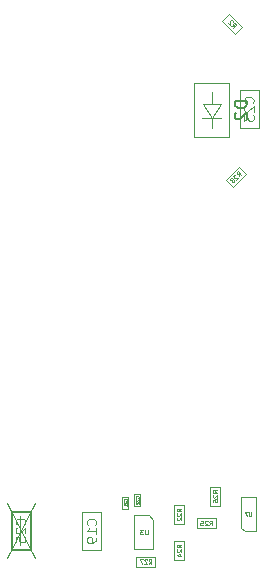
<source format=gbr>
G04 #@! TF.GenerationSoftware,KiCad,Pcbnew,9.0.1+1*
G04 #@! TF.CreationDate,2025-09-08T10:29:46+00:00*
G04 #@! TF.ProjectId,c64psu,63363470-7375-42e6-9b69-6361645f7063,rev?*
G04 #@! TF.SameCoordinates,Original*
G04 #@! TF.FileFunction,AssemblyDrawing,Bot*
%FSLAX46Y46*%
G04 Gerber Fmt 4.6, Leading zero omitted, Abs format (unit mm)*
G04 Created by KiCad (PCBNEW 9.0.1+1) date 2025-09-08 10:29:46*
%MOMM*%
%LPD*%
G01*
G04 APERTURE LIST*
%ADD10C,0.150000*%
%ADD11C,0.060000*%
%ADD12C,0.120000*%
%ADD13C,0.040000*%
%ADD14C,0.050000*%
%ADD15C,0.100000*%
G04 APERTURE END LIST*
D10*
X199601619Y-48048706D02*
X198601619Y-48048706D01*
X198601619Y-48048706D02*
X198601619Y-48286801D01*
X198601619Y-48286801D02*
X198649238Y-48429658D01*
X198649238Y-48429658D02*
X198744476Y-48524896D01*
X198744476Y-48524896D02*
X198839714Y-48572515D01*
X198839714Y-48572515D02*
X199030190Y-48620134D01*
X199030190Y-48620134D02*
X199173047Y-48620134D01*
X199173047Y-48620134D02*
X199363523Y-48572515D01*
X199363523Y-48572515D02*
X199458761Y-48524896D01*
X199458761Y-48524896D02*
X199554000Y-48429658D01*
X199554000Y-48429658D02*
X199601619Y-48286801D01*
X199601619Y-48286801D02*
X199601619Y-48048706D01*
X198696857Y-49001087D02*
X198649238Y-49048706D01*
X198649238Y-49048706D02*
X198601619Y-49143944D01*
X198601619Y-49143944D02*
X198601619Y-49382039D01*
X198601619Y-49382039D02*
X198649238Y-49477277D01*
X198649238Y-49477277D02*
X198696857Y-49524896D01*
X198696857Y-49524896D02*
X198792095Y-49572515D01*
X198792095Y-49572515D02*
X198887333Y-49572515D01*
X198887333Y-49572515D02*
X199030190Y-49524896D01*
X199030190Y-49524896D02*
X199601619Y-48953468D01*
X199601619Y-48953468D02*
X199601619Y-49572515D01*
D11*
X194085527Y-85798057D02*
X193895051Y-85664724D01*
X194085527Y-85569486D02*
X193685527Y-85569486D01*
X193685527Y-85569486D02*
X193685527Y-85721867D01*
X193685527Y-85721867D02*
X193704575Y-85759962D01*
X193704575Y-85759962D02*
X193723622Y-85779009D01*
X193723622Y-85779009D02*
X193761718Y-85798057D01*
X193761718Y-85798057D02*
X193818860Y-85798057D01*
X193818860Y-85798057D02*
X193856956Y-85779009D01*
X193856956Y-85779009D02*
X193876003Y-85759962D01*
X193876003Y-85759962D02*
X193895051Y-85721867D01*
X193895051Y-85721867D02*
X193895051Y-85569486D01*
X193723622Y-85950438D02*
X193704575Y-85969486D01*
X193704575Y-85969486D02*
X193685527Y-86007581D01*
X193685527Y-86007581D02*
X193685527Y-86102819D01*
X193685527Y-86102819D02*
X193704575Y-86140914D01*
X193704575Y-86140914D02*
X193723622Y-86159962D01*
X193723622Y-86159962D02*
X193761718Y-86179009D01*
X193761718Y-86179009D02*
X193799813Y-86179009D01*
X193799813Y-86179009D02*
X193856956Y-86159962D01*
X193856956Y-86159962D02*
X194085527Y-85931390D01*
X194085527Y-85931390D02*
X194085527Y-86179009D01*
X193818860Y-86521866D02*
X194085527Y-86521866D01*
X193666480Y-86426628D02*
X193952194Y-86331390D01*
X193952194Y-86331390D02*
X193952194Y-86579009D01*
X191211161Y-84313127D02*
X191211161Y-84636937D01*
X191211161Y-84636937D02*
X191192114Y-84675032D01*
X191192114Y-84675032D02*
X191173066Y-84694080D01*
X191173066Y-84694080D02*
X191134971Y-84713127D01*
X191134971Y-84713127D02*
X191058780Y-84713127D01*
X191058780Y-84713127D02*
X191020685Y-84694080D01*
X191020685Y-84694080D02*
X191001638Y-84675032D01*
X191001638Y-84675032D02*
X190982590Y-84636937D01*
X190982590Y-84636937D02*
X190982590Y-84313127D01*
X190830209Y-84313127D02*
X190582590Y-84313127D01*
X190582590Y-84313127D02*
X190715923Y-84465508D01*
X190715923Y-84465508D02*
X190658780Y-84465508D01*
X190658780Y-84465508D02*
X190620685Y-84484556D01*
X190620685Y-84484556D02*
X190601637Y-84503603D01*
X190601637Y-84503603D02*
X190582590Y-84541699D01*
X190582590Y-84541699D02*
X190582590Y-84636937D01*
X190582590Y-84636937D02*
X190601637Y-84675032D01*
X190601637Y-84675032D02*
X190620685Y-84694080D01*
X190620685Y-84694080D02*
X190658780Y-84713127D01*
X190658780Y-84713127D02*
X190773066Y-84713127D01*
X190773066Y-84713127D02*
X190811161Y-84694080D01*
X190811161Y-84694080D02*
X190830209Y-84675032D01*
D12*
X180767664Y-83865714D02*
X180805760Y-83827618D01*
X180805760Y-83827618D02*
X180843855Y-83713333D01*
X180843855Y-83713333D02*
X180843855Y-83637142D01*
X180843855Y-83637142D02*
X180805760Y-83522856D01*
X180805760Y-83522856D02*
X180729569Y-83446666D01*
X180729569Y-83446666D02*
X180653379Y-83408571D01*
X180653379Y-83408571D02*
X180500998Y-83370475D01*
X180500998Y-83370475D02*
X180386712Y-83370475D01*
X180386712Y-83370475D02*
X180234331Y-83408571D01*
X180234331Y-83408571D02*
X180158140Y-83446666D01*
X180158140Y-83446666D02*
X180081950Y-83522856D01*
X180081950Y-83522856D02*
X180043855Y-83637142D01*
X180043855Y-83637142D02*
X180043855Y-83713333D01*
X180043855Y-83713333D02*
X180081950Y-83827618D01*
X180081950Y-83827618D02*
X180120045Y-83865714D01*
X180120045Y-84170475D02*
X180081950Y-84208571D01*
X180081950Y-84208571D02*
X180043855Y-84284761D01*
X180043855Y-84284761D02*
X180043855Y-84475237D01*
X180043855Y-84475237D02*
X180081950Y-84551428D01*
X180081950Y-84551428D02*
X180120045Y-84589523D01*
X180120045Y-84589523D02*
X180196236Y-84627618D01*
X180196236Y-84627618D02*
X180272426Y-84627618D01*
X180272426Y-84627618D02*
X180386712Y-84589523D01*
X180386712Y-84589523D02*
X180843855Y-84132380D01*
X180843855Y-84132380D02*
X180843855Y-84627618D01*
X180043855Y-85351428D02*
X180043855Y-84970476D01*
X180043855Y-84970476D02*
X180424807Y-84932380D01*
X180424807Y-84932380D02*
X180386712Y-84970476D01*
X180386712Y-84970476D02*
X180348617Y-85046666D01*
X180348617Y-85046666D02*
X180348617Y-85237142D01*
X180348617Y-85237142D02*
X180386712Y-85313333D01*
X180386712Y-85313333D02*
X180424807Y-85351428D01*
X180424807Y-85351428D02*
X180500998Y-85389523D01*
X180500998Y-85389523D02*
X180691474Y-85389523D01*
X180691474Y-85389523D02*
X180767664Y-85351428D01*
X180767664Y-85351428D02*
X180805760Y-85313333D01*
X180805760Y-85313333D02*
X180843855Y-85237142D01*
X180843855Y-85237142D02*
X180843855Y-85046666D01*
X180843855Y-85046666D02*
X180805760Y-84970476D01*
X180805760Y-84970476D02*
X180767664Y-84932380D01*
X180443855Y-85569523D02*
X180443855Y-83190475D01*
D11*
X191315942Y-87202327D02*
X191449275Y-87011851D01*
X191544513Y-87202327D02*
X191544513Y-86802327D01*
X191544513Y-86802327D02*
X191392132Y-86802327D01*
X191392132Y-86802327D02*
X191354037Y-86821375D01*
X191354037Y-86821375D02*
X191334990Y-86840422D01*
X191334990Y-86840422D02*
X191315942Y-86878518D01*
X191315942Y-86878518D02*
X191315942Y-86935660D01*
X191315942Y-86935660D02*
X191334990Y-86973756D01*
X191334990Y-86973756D02*
X191354037Y-86992803D01*
X191354037Y-86992803D02*
X191392132Y-87011851D01*
X191392132Y-87011851D02*
X191544513Y-87011851D01*
X191163561Y-86840422D02*
X191144513Y-86821375D01*
X191144513Y-86821375D02*
X191106418Y-86802327D01*
X191106418Y-86802327D02*
X191011180Y-86802327D01*
X191011180Y-86802327D02*
X190973085Y-86821375D01*
X190973085Y-86821375D02*
X190954037Y-86840422D01*
X190954037Y-86840422D02*
X190934990Y-86878518D01*
X190934990Y-86878518D02*
X190934990Y-86916613D01*
X190934990Y-86916613D02*
X190954037Y-86973756D01*
X190954037Y-86973756D02*
X191182609Y-87202327D01*
X191182609Y-87202327D02*
X190934990Y-87202327D01*
X190801657Y-86802327D02*
X190534990Y-86802327D01*
X190534990Y-86802327D02*
X190706419Y-87202327D01*
X197133527Y-81213857D02*
X196943051Y-81080524D01*
X197133527Y-80985286D02*
X196733527Y-80985286D01*
X196733527Y-80985286D02*
X196733527Y-81137667D01*
X196733527Y-81137667D02*
X196752575Y-81175762D01*
X196752575Y-81175762D02*
X196771622Y-81194809D01*
X196771622Y-81194809D02*
X196809718Y-81213857D01*
X196809718Y-81213857D02*
X196866860Y-81213857D01*
X196866860Y-81213857D02*
X196904956Y-81194809D01*
X196904956Y-81194809D02*
X196924003Y-81175762D01*
X196924003Y-81175762D02*
X196943051Y-81137667D01*
X196943051Y-81137667D02*
X196943051Y-80985286D01*
X196771622Y-81366238D02*
X196752575Y-81385286D01*
X196752575Y-81385286D02*
X196733527Y-81423381D01*
X196733527Y-81423381D02*
X196733527Y-81518619D01*
X196733527Y-81518619D02*
X196752575Y-81556714D01*
X196752575Y-81556714D02*
X196771622Y-81575762D01*
X196771622Y-81575762D02*
X196809718Y-81594809D01*
X196809718Y-81594809D02*
X196847813Y-81594809D01*
X196847813Y-81594809D02*
X196904956Y-81575762D01*
X196904956Y-81575762D02*
X197133527Y-81347190D01*
X197133527Y-81347190D02*
X197133527Y-81594809D01*
X196733527Y-81937666D02*
X196733527Y-81861476D01*
X196733527Y-81861476D02*
X196752575Y-81823380D01*
X196752575Y-81823380D02*
X196771622Y-81804333D01*
X196771622Y-81804333D02*
X196828765Y-81766238D01*
X196828765Y-81766238D02*
X196904956Y-81747190D01*
X196904956Y-81747190D02*
X197057337Y-81747190D01*
X197057337Y-81747190D02*
X197095432Y-81766238D01*
X197095432Y-81766238D02*
X197114480Y-81785285D01*
X197114480Y-81785285D02*
X197133527Y-81823380D01*
X197133527Y-81823380D02*
X197133527Y-81899571D01*
X197133527Y-81899571D02*
X197114480Y-81937666D01*
X197114480Y-81937666D02*
X197095432Y-81956714D01*
X197095432Y-81956714D02*
X197057337Y-81975761D01*
X197057337Y-81975761D02*
X196962099Y-81975761D01*
X196962099Y-81975761D02*
X196924003Y-81956714D01*
X196924003Y-81956714D02*
X196904956Y-81937666D01*
X196904956Y-81937666D02*
X196885908Y-81899571D01*
X196885908Y-81899571D02*
X196885908Y-81823380D01*
X196885908Y-81823380D02*
X196904956Y-81785285D01*
X196904956Y-81785285D02*
X196924003Y-81766238D01*
X196924003Y-81766238D02*
X196962099Y-81747190D01*
X198989269Y-54404415D02*
X198948863Y-54175447D01*
X199150893Y-54242790D02*
X198868051Y-53959947D01*
X198868051Y-53959947D02*
X198760301Y-54067697D01*
X198760301Y-54067697D02*
X198746832Y-54108103D01*
X198746832Y-54108103D02*
X198746832Y-54135041D01*
X198746832Y-54135041D02*
X198760301Y-54175447D01*
X198760301Y-54175447D02*
X198800707Y-54215853D01*
X198800707Y-54215853D02*
X198841113Y-54229321D01*
X198841113Y-54229321D02*
X198868051Y-54229321D01*
X198868051Y-54229321D02*
X198908457Y-54215853D01*
X198908457Y-54215853D02*
X199016206Y-54108103D01*
X198625614Y-54256259D02*
X198598677Y-54256259D01*
X198598677Y-54256259D02*
X198558271Y-54269728D01*
X198558271Y-54269728D02*
X198490927Y-54337071D01*
X198490927Y-54337071D02*
X198477458Y-54377477D01*
X198477458Y-54377477D02*
X198477458Y-54404415D01*
X198477458Y-54404415D02*
X198490927Y-54444821D01*
X198490927Y-54444821D02*
X198517864Y-54471758D01*
X198517864Y-54471758D02*
X198571739Y-54498695D01*
X198571739Y-54498695D02*
X198894988Y-54498695D01*
X198894988Y-54498695D02*
X198719895Y-54673789D01*
X198396646Y-54673788D02*
X198410115Y-54633382D01*
X198410115Y-54633382D02*
X198410115Y-54606445D01*
X198410115Y-54606445D02*
X198396646Y-54566039D01*
X198396646Y-54566039D02*
X198383178Y-54552570D01*
X198383178Y-54552570D02*
X198342772Y-54539101D01*
X198342772Y-54539101D02*
X198315834Y-54539101D01*
X198315834Y-54539101D02*
X198275428Y-54552570D01*
X198275428Y-54552570D02*
X198221553Y-54606445D01*
X198221553Y-54606445D02*
X198208085Y-54646851D01*
X198208085Y-54646851D02*
X198208085Y-54673788D01*
X198208085Y-54673788D02*
X198221553Y-54714194D01*
X198221553Y-54714194D02*
X198235022Y-54727663D01*
X198235022Y-54727663D02*
X198275428Y-54741132D01*
X198275428Y-54741132D02*
X198302365Y-54741132D01*
X198302365Y-54741132D02*
X198342772Y-54727663D01*
X198342772Y-54727663D02*
X198396646Y-54673788D01*
X198396646Y-54673788D02*
X198437052Y-54660320D01*
X198437052Y-54660320D02*
X198463990Y-54660320D01*
X198463990Y-54660320D02*
X198504396Y-54673788D01*
X198504396Y-54673788D02*
X198558271Y-54727663D01*
X198558271Y-54727663D02*
X198571739Y-54768069D01*
X198571739Y-54768069D02*
X198571739Y-54795007D01*
X198571739Y-54795007D02*
X198558271Y-54835413D01*
X198558271Y-54835413D02*
X198504396Y-54889288D01*
X198504396Y-54889288D02*
X198463990Y-54902756D01*
X198463990Y-54902756D02*
X198437052Y-54902756D01*
X198437052Y-54902756D02*
X198396646Y-54889288D01*
X198396646Y-54889288D02*
X198342772Y-54835413D01*
X198342772Y-54835413D02*
X198329303Y-54795007D01*
X198329303Y-54795007D02*
X198329303Y-54768069D01*
X198329303Y-54768069D02*
X198342772Y-54727663D01*
D12*
X200107664Y-48155714D02*
X200145760Y-48117618D01*
X200145760Y-48117618D02*
X200183855Y-48003333D01*
X200183855Y-48003333D02*
X200183855Y-47927142D01*
X200183855Y-47927142D02*
X200145760Y-47812856D01*
X200145760Y-47812856D02*
X200069569Y-47736666D01*
X200069569Y-47736666D02*
X199993379Y-47698571D01*
X199993379Y-47698571D02*
X199840998Y-47660475D01*
X199840998Y-47660475D02*
X199726712Y-47660475D01*
X199726712Y-47660475D02*
X199574331Y-47698571D01*
X199574331Y-47698571D02*
X199498140Y-47736666D01*
X199498140Y-47736666D02*
X199421950Y-47812856D01*
X199421950Y-47812856D02*
X199383855Y-47927142D01*
X199383855Y-47927142D02*
X199383855Y-48003333D01*
X199383855Y-48003333D02*
X199421950Y-48117618D01*
X199421950Y-48117618D02*
X199460045Y-48155714D01*
X199460045Y-48460475D02*
X199421950Y-48498571D01*
X199421950Y-48498571D02*
X199383855Y-48574761D01*
X199383855Y-48574761D02*
X199383855Y-48765237D01*
X199383855Y-48765237D02*
X199421950Y-48841428D01*
X199421950Y-48841428D02*
X199460045Y-48879523D01*
X199460045Y-48879523D02*
X199536236Y-48917618D01*
X199536236Y-48917618D02*
X199612426Y-48917618D01*
X199612426Y-48917618D02*
X199726712Y-48879523D01*
X199726712Y-48879523D02*
X200183855Y-48422380D01*
X200183855Y-48422380D02*
X200183855Y-48917618D01*
X199383855Y-49184285D02*
X199383855Y-49679523D01*
X199383855Y-49679523D02*
X199688617Y-49412857D01*
X199688617Y-49412857D02*
X199688617Y-49527142D01*
X199688617Y-49527142D02*
X199726712Y-49603333D01*
X199726712Y-49603333D02*
X199764807Y-49641428D01*
X199764807Y-49641428D02*
X199840998Y-49679523D01*
X199840998Y-49679523D02*
X200031474Y-49679523D01*
X200031474Y-49679523D02*
X200107664Y-49641428D01*
X200107664Y-49641428D02*
X200145760Y-49603333D01*
X200145760Y-49603333D02*
X200183855Y-49527142D01*
X200183855Y-49527142D02*
X200183855Y-49298571D01*
X200183855Y-49298571D02*
X200145760Y-49222380D01*
X200145760Y-49222380D02*
X200107664Y-49184285D01*
D11*
X196446742Y-83951127D02*
X196580075Y-83760651D01*
X196675313Y-83951127D02*
X196675313Y-83551127D01*
X196675313Y-83551127D02*
X196522932Y-83551127D01*
X196522932Y-83551127D02*
X196484837Y-83570175D01*
X196484837Y-83570175D02*
X196465790Y-83589222D01*
X196465790Y-83589222D02*
X196446742Y-83627318D01*
X196446742Y-83627318D02*
X196446742Y-83684460D01*
X196446742Y-83684460D02*
X196465790Y-83722556D01*
X196465790Y-83722556D02*
X196484837Y-83741603D01*
X196484837Y-83741603D02*
X196522932Y-83760651D01*
X196522932Y-83760651D02*
X196675313Y-83760651D01*
X196294361Y-83589222D02*
X196275313Y-83570175D01*
X196275313Y-83570175D02*
X196237218Y-83551127D01*
X196237218Y-83551127D02*
X196141980Y-83551127D01*
X196141980Y-83551127D02*
X196103885Y-83570175D01*
X196103885Y-83570175D02*
X196084837Y-83589222D01*
X196084837Y-83589222D02*
X196065790Y-83627318D01*
X196065790Y-83627318D02*
X196065790Y-83665413D01*
X196065790Y-83665413D02*
X196084837Y-83722556D01*
X196084837Y-83722556D02*
X196313409Y-83951127D01*
X196313409Y-83951127D02*
X196065790Y-83951127D01*
X195703885Y-83551127D02*
X195894361Y-83551127D01*
X195894361Y-83551127D02*
X195913409Y-83741603D01*
X195913409Y-83741603D02*
X195894361Y-83722556D01*
X195894361Y-83722556D02*
X195856266Y-83703508D01*
X195856266Y-83703508D02*
X195761028Y-83703508D01*
X195761028Y-83703508D02*
X195722933Y-83722556D01*
X195722933Y-83722556D02*
X195703885Y-83741603D01*
X195703885Y-83741603D02*
X195684838Y-83779699D01*
X195684838Y-83779699D02*
X195684838Y-83874937D01*
X195684838Y-83874937D02*
X195703885Y-83913032D01*
X195703885Y-83913032D02*
X195722933Y-83932080D01*
X195722933Y-83932080D02*
X195761028Y-83951127D01*
X195761028Y-83951127D02*
X195856266Y-83951127D01*
X195856266Y-83951127D02*
X195894361Y-83932080D01*
X195894361Y-83932080D02*
X195913409Y-83913032D01*
D13*
X189421365Y-81858485D02*
X189433270Y-81846581D01*
X189433270Y-81846581D02*
X189445174Y-81810866D01*
X189445174Y-81810866D02*
X189445174Y-81787057D01*
X189445174Y-81787057D02*
X189433270Y-81751343D01*
X189433270Y-81751343D02*
X189409460Y-81727533D01*
X189409460Y-81727533D02*
X189385650Y-81715628D01*
X189385650Y-81715628D02*
X189338031Y-81703724D01*
X189338031Y-81703724D02*
X189302317Y-81703724D01*
X189302317Y-81703724D02*
X189254698Y-81715628D01*
X189254698Y-81715628D02*
X189230889Y-81727533D01*
X189230889Y-81727533D02*
X189207079Y-81751343D01*
X189207079Y-81751343D02*
X189195174Y-81787057D01*
X189195174Y-81787057D02*
X189195174Y-81810866D01*
X189195174Y-81810866D02*
X189207079Y-81846581D01*
X189207079Y-81846581D02*
X189218984Y-81858485D01*
X189218984Y-81953724D02*
X189207079Y-81965628D01*
X189207079Y-81965628D02*
X189195174Y-81989438D01*
X189195174Y-81989438D02*
X189195174Y-82048962D01*
X189195174Y-82048962D02*
X189207079Y-82072771D01*
X189207079Y-82072771D02*
X189218984Y-82084676D01*
X189218984Y-82084676D02*
X189242793Y-82096581D01*
X189242793Y-82096581D02*
X189266603Y-82096581D01*
X189266603Y-82096581D02*
X189302317Y-82084676D01*
X189302317Y-82084676D02*
X189445174Y-81941819D01*
X189445174Y-81941819D02*
X189445174Y-82096581D01*
X189445174Y-82334676D02*
X189445174Y-82191819D01*
X189445174Y-82263247D02*
X189195174Y-82263247D01*
X189195174Y-82263247D02*
X189230889Y-82239438D01*
X189230889Y-82239438D02*
X189254698Y-82215628D01*
X189254698Y-82215628D02*
X189266603Y-82191819D01*
D14*
X199989409Y-82832638D02*
X199989409Y-83091685D01*
X199989409Y-83091685D02*
X199974171Y-83122161D01*
X199974171Y-83122161D02*
X199958933Y-83137400D01*
X199958933Y-83137400D02*
X199928457Y-83152638D01*
X199928457Y-83152638D02*
X199867504Y-83152638D01*
X199867504Y-83152638D02*
X199837028Y-83137400D01*
X199837028Y-83137400D02*
X199821790Y-83122161D01*
X199821790Y-83122161D02*
X199806552Y-83091685D01*
X199806552Y-83091685D02*
X199806552Y-82832638D01*
X199684647Y-82832638D02*
X199471314Y-82832638D01*
X199471314Y-82832638D02*
X199608457Y-83152638D01*
D12*
X186777664Y-83885714D02*
X186815760Y-83847618D01*
X186815760Y-83847618D02*
X186853855Y-83733333D01*
X186853855Y-83733333D02*
X186853855Y-83657142D01*
X186853855Y-83657142D02*
X186815760Y-83542856D01*
X186815760Y-83542856D02*
X186739569Y-83466666D01*
X186739569Y-83466666D02*
X186663379Y-83428571D01*
X186663379Y-83428571D02*
X186510998Y-83390475D01*
X186510998Y-83390475D02*
X186396712Y-83390475D01*
X186396712Y-83390475D02*
X186244331Y-83428571D01*
X186244331Y-83428571D02*
X186168140Y-83466666D01*
X186168140Y-83466666D02*
X186091950Y-83542856D01*
X186091950Y-83542856D02*
X186053855Y-83657142D01*
X186053855Y-83657142D02*
X186053855Y-83733333D01*
X186053855Y-83733333D02*
X186091950Y-83847618D01*
X186091950Y-83847618D02*
X186130045Y-83885714D01*
X186853855Y-84647618D02*
X186853855Y-84190475D01*
X186853855Y-84419047D02*
X186053855Y-84419047D01*
X186053855Y-84419047D02*
X186168140Y-84342856D01*
X186168140Y-84342856D02*
X186244331Y-84266666D01*
X186244331Y-84266666D02*
X186282426Y-84190475D01*
X186853855Y-85028571D02*
X186853855Y-85180952D01*
X186853855Y-85180952D02*
X186815760Y-85257142D01*
X186815760Y-85257142D02*
X186777664Y-85295238D01*
X186777664Y-85295238D02*
X186663379Y-85371428D01*
X186663379Y-85371428D02*
X186510998Y-85409523D01*
X186510998Y-85409523D02*
X186206236Y-85409523D01*
X186206236Y-85409523D02*
X186130045Y-85371428D01*
X186130045Y-85371428D02*
X186091950Y-85333333D01*
X186091950Y-85333333D02*
X186053855Y-85257142D01*
X186053855Y-85257142D02*
X186053855Y-85104761D01*
X186053855Y-85104761D02*
X186091950Y-85028571D01*
X186091950Y-85028571D02*
X186130045Y-84990476D01*
X186130045Y-84990476D02*
X186206236Y-84952380D01*
X186206236Y-84952380D02*
X186396712Y-84952380D01*
X186396712Y-84952380D02*
X186472902Y-84990476D01*
X186472902Y-84990476D02*
X186510998Y-85028571D01*
X186510998Y-85028571D02*
X186549093Y-85104761D01*
X186549093Y-85104761D02*
X186549093Y-85257142D01*
X186549093Y-85257142D02*
X186510998Y-85333333D01*
X186510998Y-85333333D02*
X186472902Y-85371428D01*
X186472902Y-85371428D02*
X186396712Y-85409523D01*
D13*
X190437365Y-81627285D02*
X190449270Y-81615381D01*
X190449270Y-81615381D02*
X190461174Y-81579666D01*
X190461174Y-81579666D02*
X190461174Y-81555857D01*
X190461174Y-81555857D02*
X190449270Y-81520143D01*
X190449270Y-81520143D02*
X190425460Y-81496333D01*
X190425460Y-81496333D02*
X190401650Y-81484428D01*
X190401650Y-81484428D02*
X190354031Y-81472524D01*
X190354031Y-81472524D02*
X190318317Y-81472524D01*
X190318317Y-81472524D02*
X190270698Y-81484428D01*
X190270698Y-81484428D02*
X190246889Y-81496333D01*
X190246889Y-81496333D02*
X190223079Y-81520143D01*
X190223079Y-81520143D02*
X190211174Y-81555857D01*
X190211174Y-81555857D02*
X190211174Y-81579666D01*
X190211174Y-81579666D02*
X190223079Y-81615381D01*
X190223079Y-81615381D02*
X190234984Y-81627285D01*
X190234984Y-81722524D02*
X190223079Y-81734428D01*
X190223079Y-81734428D02*
X190211174Y-81758238D01*
X190211174Y-81758238D02*
X190211174Y-81817762D01*
X190211174Y-81817762D02*
X190223079Y-81841571D01*
X190223079Y-81841571D02*
X190234984Y-81853476D01*
X190234984Y-81853476D02*
X190258793Y-81865381D01*
X190258793Y-81865381D02*
X190282603Y-81865381D01*
X190282603Y-81865381D02*
X190318317Y-81853476D01*
X190318317Y-81853476D02*
X190461174Y-81710619D01*
X190461174Y-81710619D02*
X190461174Y-81865381D01*
X190234984Y-81960619D02*
X190223079Y-81972523D01*
X190223079Y-81972523D02*
X190211174Y-81996333D01*
X190211174Y-81996333D02*
X190211174Y-82055857D01*
X190211174Y-82055857D02*
X190223079Y-82079666D01*
X190223079Y-82079666D02*
X190234984Y-82091571D01*
X190234984Y-82091571D02*
X190258793Y-82103476D01*
X190258793Y-82103476D02*
X190282603Y-82103476D01*
X190282603Y-82103476D02*
X190318317Y-82091571D01*
X190318317Y-82091571D02*
X190461174Y-81948714D01*
X190461174Y-81948714D02*
X190461174Y-82103476D01*
D11*
X198292498Y-41679382D02*
X198521465Y-41638976D01*
X198454122Y-41841006D02*
X198736965Y-41558164D01*
X198736965Y-41558164D02*
X198629215Y-41450414D01*
X198629215Y-41450414D02*
X198588809Y-41436945D01*
X198588809Y-41436945D02*
X198561872Y-41436945D01*
X198561872Y-41436945D02*
X198521465Y-41450414D01*
X198521465Y-41450414D02*
X198481059Y-41490820D01*
X198481059Y-41490820D02*
X198467591Y-41531226D01*
X198467591Y-41531226D02*
X198467591Y-41558164D01*
X198467591Y-41558164D02*
X198481059Y-41598570D01*
X198481059Y-41598570D02*
X198588809Y-41706319D01*
X198440653Y-41315727D02*
X198440653Y-41288790D01*
X198440653Y-41288790D02*
X198427185Y-41248384D01*
X198427185Y-41248384D02*
X198359841Y-41181040D01*
X198359841Y-41181040D02*
X198319435Y-41167571D01*
X198319435Y-41167571D02*
X198292498Y-41167571D01*
X198292498Y-41167571D02*
X198252091Y-41181040D01*
X198252091Y-41181040D02*
X198225154Y-41207978D01*
X198225154Y-41207978D02*
X198198217Y-41261852D01*
X198198217Y-41261852D02*
X198198217Y-41585101D01*
X198198217Y-41585101D02*
X198023124Y-41410008D01*
X194085527Y-82750057D02*
X193895051Y-82616724D01*
X194085527Y-82521486D02*
X193685527Y-82521486D01*
X193685527Y-82521486D02*
X193685527Y-82673867D01*
X193685527Y-82673867D02*
X193704575Y-82711962D01*
X193704575Y-82711962D02*
X193723622Y-82731009D01*
X193723622Y-82731009D02*
X193761718Y-82750057D01*
X193761718Y-82750057D02*
X193818860Y-82750057D01*
X193818860Y-82750057D02*
X193856956Y-82731009D01*
X193856956Y-82731009D02*
X193876003Y-82711962D01*
X193876003Y-82711962D02*
X193895051Y-82673867D01*
X193895051Y-82673867D02*
X193895051Y-82521486D01*
X193723622Y-82902438D02*
X193704575Y-82921486D01*
X193704575Y-82921486D02*
X193685527Y-82959581D01*
X193685527Y-82959581D02*
X193685527Y-83054819D01*
X193685527Y-83054819D02*
X193704575Y-83092914D01*
X193704575Y-83092914D02*
X193723622Y-83111962D01*
X193723622Y-83111962D02*
X193761718Y-83131009D01*
X193761718Y-83131009D02*
X193799813Y-83131009D01*
X193799813Y-83131009D02*
X193856956Y-83111962D01*
X193856956Y-83111962D02*
X194085527Y-82883390D01*
X194085527Y-82883390D02*
X194085527Y-83131009D01*
X193723622Y-83283390D02*
X193704575Y-83302438D01*
X193704575Y-83302438D02*
X193685527Y-83340533D01*
X193685527Y-83340533D02*
X193685527Y-83435771D01*
X193685527Y-83435771D02*
X193704575Y-83473866D01*
X193704575Y-83473866D02*
X193723622Y-83492914D01*
X193723622Y-83492914D02*
X193761718Y-83511961D01*
X193761718Y-83511961D02*
X193799813Y-83511961D01*
X193799813Y-83511961D02*
X193856956Y-83492914D01*
X193856956Y-83492914D02*
X194085527Y-83264342D01*
X194085527Y-83264342D02*
X194085527Y-83511961D01*
D15*
X195146800Y-46486801D02*
X195146800Y-51086801D01*
X195146800Y-51086801D02*
X198146800Y-51086801D01*
X195896480Y-48285621D02*
X197445880Y-48285621D01*
X196645780Y-48285621D02*
X196645780Y-47287401D01*
X196645780Y-49436241D02*
X195896480Y-48285621D01*
X196645780Y-49436241D02*
X196645780Y-50337941D01*
X196645780Y-49436241D02*
X197445880Y-48285621D01*
X197445879Y-49436241D02*
X195845680Y-49436241D01*
X198146800Y-46486801D02*
X195146800Y-46486801D01*
X198146800Y-46486801D02*
X198146800Y-51086801D01*
X193491100Y-85255200D02*
X193491100Y-86855200D01*
X193491100Y-86855200D02*
X194316100Y-86855200D01*
X194316100Y-85255200D02*
X193491100Y-85255200D01*
X194316100Y-86855200D02*
X194316100Y-85255200D01*
X190106400Y-83081200D02*
X190106400Y-85981200D01*
X190106400Y-85981200D02*
X191706400Y-85981200D01*
X191306400Y-83081200D02*
X190106400Y-83081200D01*
X191706400Y-83481199D02*
X191306400Y-83081200D01*
X191706400Y-85981200D02*
X191706400Y-83481199D01*
X179630000Y-82780000D02*
X179630000Y-85980000D01*
X179730000Y-85980000D02*
G75*
G02*
X179630000Y-85980000I-50000J0D01*
G01*
X179730000Y-85980000D02*
X179730000Y-82780000D01*
X179730000Y-82780000D02*
G75*
G03*
X179630000Y-82780000I-50000J0D01*
G01*
X179680000Y-86030000D02*
X181280000Y-86030000D01*
X181280000Y-85930000D02*
G75*
G02*
X181280000Y-86030000I0J-50000D01*
G01*
X181280000Y-85930000D02*
X179680000Y-85930000D01*
X179680000Y-85930000D02*
G75*
G03*
X179680000Y-86030000I0J-50000D01*
G01*
X181280000Y-82730000D02*
X179680000Y-82730000D01*
X179680000Y-82830000D02*
G75*
G02*
X179680000Y-82730000I0J50000D01*
G01*
X179680000Y-82830000D02*
X181280000Y-82830000D01*
X181280000Y-82830000D02*
G75*
G03*
X181280000Y-82730000I0J50000D01*
G01*
X181330000Y-85980000D02*
X181330000Y-82780000D01*
X181230000Y-82780000D02*
G75*
G02*
X181330000Y-82780000I50000J0D01*
G01*
X181230000Y-82780000D02*
X181230000Y-85980000D01*
X181230000Y-85980000D02*
G75*
G03*
X181330000Y-85980000I50000J0D01*
G01*
X190258800Y-86607900D02*
X190258800Y-87432900D01*
X190258800Y-87432900D02*
X191858800Y-87432900D01*
X191858800Y-86607900D02*
X190258800Y-86607900D01*
X191858800Y-87432900D02*
X191858800Y-86607900D01*
X196539100Y-80671000D02*
X196539100Y-82271000D01*
X196539100Y-82271000D02*
X197364100Y-82271000D01*
X197364100Y-80671000D02*
X196539100Y-80671000D01*
X197364100Y-82271000D02*
X197364100Y-80671000D01*
X197821433Y-54731604D02*
X198404796Y-55314967D01*
X198404796Y-55314967D02*
X199536167Y-54183596D01*
X198952804Y-53600233D02*
X197821433Y-54731604D01*
X199536167Y-54183596D02*
X198952804Y-53600233D01*
X199020000Y-47070000D02*
X199020000Y-50270000D01*
X199020000Y-50270000D02*
X200620000Y-50270000D01*
X200620000Y-47070000D02*
X199020000Y-47070000D01*
X200620000Y-50270000D02*
X200620000Y-47070000D01*
X195389600Y-83356700D02*
X195389600Y-84181700D01*
X195389600Y-84181700D02*
X196989600Y-84181700D01*
X196989600Y-83356700D02*
X195389600Y-83356700D01*
X196989600Y-84181700D02*
X196989600Y-83356700D01*
X189081600Y-81519200D02*
X189081600Y-82519200D01*
X189081600Y-82519200D02*
X189581600Y-82519200D01*
X189581600Y-81519200D02*
X189081600Y-81519200D01*
X189581600Y-82519200D02*
X189581600Y-81519200D01*
X199095600Y-81557200D02*
X199095600Y-84132201D01*
X199095600Y-84132201D02*
X199420600Y-84457200D01*
X199420600Y-84457200D02*
X200395600Y-84457200D01*
X200395600Y-81557200D02*
X199095600Y-81557200D01*
X200395600Y-84457200D02*
X200395600Y-81557200D01*
X185690000Y-82800000D02*
X185690000Y-86000000D01*
X185690000Y-86000000D02*
X187290000Y-86000000D01*
X187290000Y-82800000D02*
X185690000Y-82800000D01*
X187290000Y-86000000D02*
X187290000Y-82800000D01*
X190097600Y-81288000D02*
X190097600Y-82288000D01*
X190097600Y-82288000D02*
X190597600Y-82288000D01*
X190597600Y-81288000D02*
X190097600Y-81288000D01*
X190597600Y-82288000D02*
X190597600Y-81288000D01*
X197516633Y-41229596D02*
X198648004Y-42360967D01*
X198099996Y-40646233D02*
X197516633Y-41229596D01*
X198648004Y-42360967D02*
X199231367Y-41777604D01*
X199231367Y-41777604D02*
X198099996Y-40646233D01*
X193491100Y-82207200D02*
X193491100Y-83807200D01*
X193491100Y-83807200D02*
X194316100Y-83807200D01*
X194316100Y-82207200D02*
X193491100Y-82207200D01*
X194316100Y-83807200D02*
X194316100Y-82207200D01*
X179305000Y-82055000D02*
X181655000Y-86705000D01*
X179305000Y-86705000D02*
X181655000Y-82055000D01*
M02*

</source>
